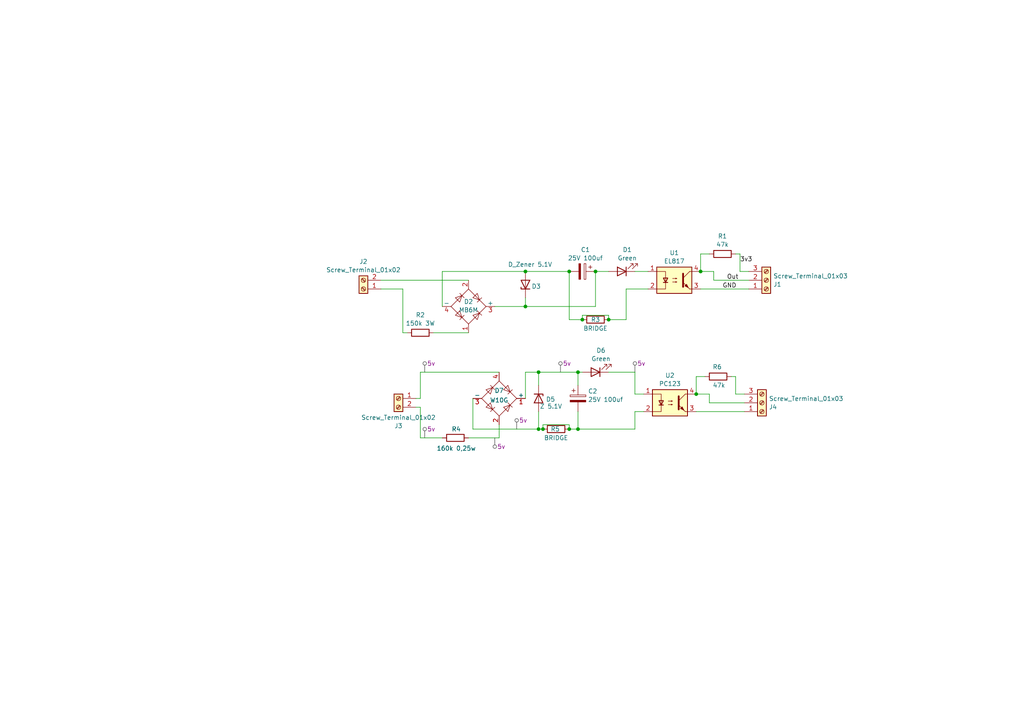
<source format=kicad_sch>
(kicad_sch (version 20250114) (generator "eeschema") (generator_version "9.0")
  (paper "A4")
  (title_block (date "2024-01-03") (company "TimiWho"))
  (lib_symbols
    (symbol "0_Connector:Screw_Terminal_01x02" (pin_names (offset 1.016) (hide yes))
      (property "Reference" "J" (at 0 2.54 0))
      (property "Value" "Screw_Terminal_01x02" (at 0 -5.08 0))
      (symbol "Screw_Terminal_01x02_1_1"
        (rectangle (start -1.27 1.27) (end 1.27 -3.81) (stroke (width 0.254)) (fill (type background)))
        (polyline (pts (xy -0.5334 0.3302) (xy 0.3302 -0.508)) (stroke (width 0.1524)))
        (polyline (pts (xy -0.5334 -2.2098) (xy 0.3302 -3.048)) (stroke (width 0.1524)))
        (polyline (pts (xy -0.3556 0.508) (xy 0.508 -0.3302)) (stroke (width 0.1524)))
        (polyline (pts (xy -0.3556 -2.032) (xy 0.508 -2.8702)) (stroke (width 0.1524)))
        (circle (center 0 0) (radius 0.635) (stroke (width 0.1524)))
        (circle (center 0 -2.54) (radius 0.635) (stroke (width 0.1524)))
        (pin passive line (at -5.08 0 0) (length 3.81) (name "Pin_1") (number "1"))
        (pin passive line (at -5.08 -2.54 0) (length 3.81) (name "Pin_2") (number "2"))
      )
    )
    (symbol "0_Connector:Screw_Terminal_01x03" (pin_names (offset 1.016) (hide yes))
      (property "Reference" "J" (at 0 5.08 0))
      (property "Value" "Screw_Terminal_01x03" (at 0 -5.08 0))
      (symbol "Screw_Terminal_01x03_1_1"
        (rectangle (start -1.27 3.81) (end 1.27 -3.81) (stroke (width 0.254)) (fill (type background)))
        (polyline (pts (xy -0.5334 2.8702) (xy 0.3302 2.032)) (stroke (width 0.1524)))
        (polyline (pts (xy -0.5334 0.3302) (xy 0.3302 -0.508)) (stroke (width 0.1524)))
        (polyline (pts (xy -0.5334 -2.2098) (xy 0.3302 -3.048)) (stroke (width 0.1524)))
        (polyline (pts (xy -0.3556 3.048) (xy 0.508 2.2098)) (stroke (width 0.1524)))
        (polyline (pts (xy -0.3556 0.508) (xy 0.508 -0.3302)) (stroke (width 0.1524)))
        (polyline (pts (xy -0.3556 -2.032) (xy 0.508 -2.8702)) (stroke (width 0.1524)))
        (circle (center 0 2.54) (radius 0.635) (stroke (width 0.1524)))
        (circle (center 0 0) (radius 0.635) (stroke (width 0.1524)))
        (circle (center 0 -2.54) (radius 0.635) (stroke (width 0.1524)))
        (pin passive line (at -5.08 2.54 0) (length 3.81) (name "Pin_1") (number "1"))
        (pin passive line (at -5.08 0 0) (length 3.81) (name "Pin_2") (number "2"))
        (pin passive line (at -5.08 -2.54 0) (length 3.81) (name "Pin_3") (number "3"))
      )
    )
    (symbol "0_MyLED:LED" (pin_numbers (hide yes)) (pin_names (offset 1.016) (hide yes))
      (property "Reference" "D" (at 0 2.54 0))
      (property "Value" "LED" (at 0 -2.54 0))
      (symbol "LED_0_1"
        (polyline (pts (xy -3.048 -0.762) (xy -4.572 -2.286) (xy -3.81 -2.286) (xy -4.572 -2.286) (xy -4.572 -1.524)))
        (polyline (pts (xy -1.778 -0.762) (xy -3.302 -2.286) (xy -2.54 -2.286) (xy -3.302 -2.286) (xy -3.302 -1.524)))
        (polyline (pts (xy -1.27 0) (xy 1.27 0)))
        (polyline (pts (xy -1.27 -1.27) (xy -1.27 1.27)) (stroke (width 0.254)))
        (polyline (pts (xy 1.27 -1.27) (xy 1.27 1.27) (xy -1.27 0) (xy 1.27 -1.27)) (stroke (width 0.254)))
      )
      (symbol "LED_1_1"
        (pin passive line (at -3.81 0 0) (length 2.54) (name "K") (number "1"))
        (pin passive line (at 3.81 0 180) (length 2.54) (name "A") (number "2"))
      )
    )
    (symbol "0_Resistor:R" (pin_numbers (hide yes)) (pin_names (offset 0))
      (property "Reference" "R" (at -1.778 0 0))
      (property "Value" "R" (at 1.27 0 0))
      (symbol "R_0_1"
        (rectangle (start 2.54 -1.016) (end -2.54 1.016) (stroke (width 0.254)))
      )
      (symbol "R_1_1"
        (pin passive line (at -3.81 0 0) (length 1.27) (name "~") (number "1"))
        (pin passive line (at 3.81 0 180) (length 1.27) (name "~") (number "2"))
      )
    )
    (symbol "Device:C_Polarized" (pin_numbers (hide yes)) (pin_names (offset 0.254))
      (property "Reference" "C" (at 0.635 2.54 0))
      (property "Value" "C_Polarized" (at 0.635 -2.54 0))
      (symbol "C_Polarized_0_1"
        (rectangle (start -2.286 0.508) (end 2.286 1.016))
        (polyline (pts (xy -1.778 2.286) (xy -0.762 2.286)))
        (polyline (pts (xy -1.27 2.794) (xy -1.27 1.778)))
        (rectangle (start 2.286 -0.508) (end -2.286 -1.016) (fill (type outline)))
      )
      (symbol "C_Polarized_1_1"
        (pin passive line (at 0 3.81 270) (length 2.794) (name "~") (number "1"))
        (pin passive line (at 0 -3.81 90) (length 2.794) (name "~") (number "2"))
      )
    )
    (symbol "Device:D_Zener" (pin_numbers (hide yes)) (pin_names (offset 1.016) (hide yes))
      (property "Reference" "D" (at 0 2.54 0))
      (property "Value" "D_Zener" (at 0 -2.54 0))
      (symbol "D_Zener_0_1"
        (polyline (pts (xy -1.27 -1.27) (xy -1.27 1.27) (xy -0.762 1.27)) (stroke (width 0.254)))
        (polyline (pts (xy 1.27 0) (xy -1.27 0)))
        (polyline (pts (xy 1.27 -1.27) (xy 1.27 1.27) (xy -1.27 0) (xy 1.27 -1.27)) (stroke (width 0.254)))
      )
      (symbol "D_Zener_1_1"
        (pin passive line (at -3.81 0 0) (length 2.54) (name "K") (number "1"))
        (pin passive line (at 3.81 0 180) (length 2.54) (name "A") (number "2"))
      )
    )
    (symbol "Diode_Bridge:MB6S" (pin_names (offset 0))
      (property "Reference" "D" (at 2.54 6.985 0))
      (property "Value" "MB6S" (at 2.54 5.08 0))
      (symbol "MB6S_0_1"
        (polyline (pts (xy -5.08 0) (xy 0 -5.08) (xy 5.08 0) (xy 0 5.08) (xy -5.08 0)))
        (polyline (pts (xy -3.81 2.54) (xy -2.54 1.27) (xy -1.905 3.175) (xy -3.81 2.54)))
        (polyline (pts (xy -2.54 3.81) (xy -1.27 2.54)))
        (polyline (pts (xy -2.54 -1.27) (xy -3.81 -2.54) (xy -1.905 -3.175) (xy -2.54 -1.27)))
        (polyline (pts (xy -1.27 -2.54) (xy -2.54 -3.81)))
        (polyline (pts (xy 1.27 2.54) (xy 2.54 3.81) (xy 3.175 1.905) (xy 1.27 2.54)))
        (polyline (pts (xy 2.54 1.27) (xy 3.81 2.54)))
        (polyline (pts (xy 2.54 -1.27) (xy 3.81 -2.54)))
        (polyline (pts (xy 3.175 -1.905) (xy 1.27 -2.54) (xy 2.54 -3.81) (xy 3.175 -1.905)))
      )
      (symbol "MB6S_1_1"
        (pin passive line (at -7.62 0 0) (length 2.54) (name "-") (number "4"))
        (pin passive line (at 0 7.62 270) (length 2.54) (name "~") (number "2"))
        (pin passive line (at 0 -7.62 90) (length 2.54) (name "~") (number "1"))
        (pin passive line (at 7.62 0 180) (length 2.54) (name "+") (number "3"))
      )
    )
    (symbol "Diode_Bridge:W10G" (pin_names (offset 0))
      (property "Reference" "D" (at 2.54 6.985 0))
      (property "Value" "W10G" (at 2.54 5.08 0))
      (symbol "W10G_0_1"
        (polyline (pts (xy -5.08 0) (xy 0 -5.08) (xy 5.08 0) (xy 0 5.08) (xy -5.08 0)))
        (polyline (pts (xy -3.81 2.54) (xy -2.54 1.27) (xy -1.905 3.175) (xy -3.81 2.54)))
        (polyline (pts (xy -2.54 3.81) (xy -1.27 2.54)))
        (polyline (pts (xy -2.54 -1.27) (xy -3.81 -2.54) (xy -1.905 -3.175) (xy -2.54 -1.27)))
        (polyline (pts (xy -1.27 -2.54) (xy -2.54 -3.81)))
        (polyline (pts (xy 1.27 2.54) (xy 2.54 3.81) (xy 3.175 1.905) (xy 1.27 2.54)))
        (polyline (pts (xy 2.54 1.27) (xy 3.81 2.54)))
        (polyline (pts (xy 2.54 -1.27) (xy 3.81 -2.54)))
        (polyline (pts (xy 3.175 -1.905) (xy 1.27 -2.54) (xy 2.54 -3.81) (xy 3.175 -1.905)))
      )
      (symbol "W10G_1_1"
        (pin passive line (at -7.62 0 0) (length 2.54) (name "-") (number "3"))
        (pin passive line (at 0 7.62 270) (length 2.54) (name "~") (number "4"))
        (pin passive line (at 0 -7.62 90) (length 2.54) (name "~") (number "2"))
        (pin passive line (at 7.62 0 180) (length 2.54) (name "+") (number "1"))
      )
    )
    (symbol "Isolator:EL817" (pin_names (offset 1.016))
      (property "Reference" "U" (at -5.08 5.08 0))
      (property "Value" "EL817" (at 0 5.08 0))
      (symbol "EL817_0_1"
        (rectangle (start -5.08 3.81) (end 5.08 -3.81) (stroke (width 0.254)) (fill (type background)))
        (polyline (pts (xy -5.08 2.54) (xy -2.54 2.54) (xy -2.54 -0.635)))
        (polyline (pts (xy -3.175 -0.635) (xy -1.905 -0.635)) (stroke (width 0.254)))
        (polyline (pts (xy -2.54 -0.635) (xy -2.54 -2.54) (xy -5.08 -2.54)))
        (polyline (pts (xy -2.54 -0.635) (xy -3.175 0.635) (xy -1.905 0.635) (xy -2.54 -0.635)) (stroke (width 0.254)))
        (polyline (pts (xy -0.508 0.508) (xy 0.762 0.508) (xy 0.381 0.381) (xy 0.381 0.635) (xy 0.762 0.508)))
        (polyline (pts (xy -0.508 -0.508) (xy 0.762 -0.508) (xy 0.381 -0.635) (xy 0.381 -0.381) (xy 0.762 -0.508)))
        (polyline (pts (xy 2.54 1.905) (xy 2.54 -1.905) (xy 2.54 -1.905)) (stroke (width 0.508)))
        (polyline (pts (xy 2.54 0.635) (xy 4.445 2.54)))
        (polyline (pts (xy 3.048 -1.651) (xy 3.556 -1.143) (xy 4.064 -2.159) (xy 3.048 -1.651) (xy 3.048 -1.651)) (fill (type outline)))
        (polyline (pts (xy 4.445 2.54) (xy 5.08 2.54)))
        (polyline (pts (xy 4.445 -2.54) (xy 2.54 -0.635)) (fill (type outline)))
        (polyline (pts (xy 4.445 -2.54) (xy 5.08 -2.54)))
      )
      (symbol "EL817_1_1"
        (pin passive line (at -7.62 2.54 0) (length 2.54) (name "~") (number "1"))
        (pin passive line (at -7.62 -2.54 0) (length 2.54) (name "~") (number "2"))
        (pin passive line (at 7.62 2.54 180) (length 2.54) (name "~") (number "4"))
        (pin passive line (at 7.62 -2.54 180) (length 2.54) (name "~") (number "3"))
      )
    )
  )
  (junction (at 168.91 92.71))
  (junction (at 176.53 92.71))
  (junction (at 156.21 107.95))
  (junction (at 152.4 78.74))
  (junction (at 167.64 124.46))
  (junction (at 201.93 114.3))
  (junction (at 203.2 78.74))
  (junction (at 165.1 78.74))
  (junction (at 172.72 78.74))
  (junction (at 157.48 124.46))
  (junction (at 167.64 107.95))
  (junction (at 165.1 124.46))
  (junction (at 156.21 124.46))
  (junction (at 152.4 88.9))
  (wire (pts (xy 135.89 96.52) (xy 125.73 96.52)))
  (wire (pts (xy 121.92 115.57) (xy 120.65 115.57)))
  (wire (pts (xy 187.96 83.82) (xy 181.61 83.82)))
  (wire (pts (xy 203.2 78.74) (xy 207.01 78.74)))
  (wire (pts (xy 172.72 78.74) (xy 172.72 88.9)))
  (wire (pts (xy 157.48 123.19) (xy 165.1 123.19)))
  (wire (pts (xy 181.61 83.82) (xy 181.61 92.71)))
  (wire (pts (xy 157.48 124.46) (xy 157.48 123.19)))
  (wire (pts (xy 156.21 124.46) (xy 137.16 124.46)))
  (wire (pts (xy 176.53 107.95) (xy 184.15 107.95)))
  (wire (pts (xy 172.72 78.74) (xy 176.53 78.74)))
  (wire (pts (xy 156.21 119.38) (xy 156.21 124.46)))
  (wire (pts (xy 205.74 116.84) (xy 205.74 114.3)))
  (wire (pts (xy 184.15 107.95) (xy 184.15 114.3)))
  (wire (pts (xy 205.74 73.66) (xy 203.2 73.66)))
  (wire (pts (xy 168.91 92.71) (xy 165.1 92.71)))
  (wire (pts (xy 144.78 123.19) (xy 144.78 127)))
  (wire (pts (xy 184.15 114.3) (xy 186.69 114.3)))
  (wire (pts (xy 156.21 107.95) (xy 156.21 111.76)))
  (wire (pts (xy 184.15 78.74) (xy 187.96 78.74)))
  (wire (pts (xy 217.17 81.28) (xy 207.01 81.28)))
  (wire (pts (xy 121.92 107.95) (xy 144.78 107.95)))
  (wire (pts (xy 203.2 83.82) (xy 217.17 83.82)))
  (wire (pts (xy 168.91 92.71) (xy 168.91 91.44)))
  (wire (pts (xy 204.47 109.22) (xy 201.93 109.22)))
  (wire (pts (xy 137.16 115.57) (xy 137.16 124.46)))
  (wire (pts (xy 212.09 109.22) (xy 213.36 109.22)))
  (wire (pts (xy 152.4 86.36) (xy 152.4 88.9)))
  (wire (pts (xy 152.4 115.57) (xy 152.4 107.95)))
  (wire (pts (xy 176.53 92.71) (xy 181.61 92.71)))
  (wire (pts (xy 214.63 73.66) (xy 214.63 78.74)))
  (wire (pts (xy 213.36 73.66) (xy 214.63 73.66)))
  (wire (pts (xy 165.1 78.74) (xy 165.1 92.71)))
  (wire (pts (xy 213.36 114.3) (xy 215.9 114.3)))
  (wire (pts (xy 176.53 91.44) (xy 176.53 92.71)))
  (wire (pts (xy 165.1 124.46) (xy 167.64 124.46)))
  (wire (pts (xy 157.48 124.46) (xy 156.21 124.46)))
  (wire (pts (xy 128.27 78.74) (xy 152.4 78.74)))
  (wire (pts (xy 214.63 78.74) (xy 217.17 78.74)))
  (wire (pts (xy 120.65 118.11) (xy 121.92 118.11)))
  (wire (pts (xy 213.36 109.22) (xy 213.36 114.3)))
  (wire (pts (xy 201.93 109.22) (xy 201.93 114.3)))
  (wire (pts (xy 165.1 123.19) (xy 165.1 124.46)))
  (wire (pts (xy 128.27 78.74) (xy 128.27 88.9)))
  (wire (pts (xy 121.92 118.11) (xy 121.92 127)))
  (wire (pts (xy 168.91 91.44) (xy 176.53 91.44)))
  (wire (pts (xy 165.1 78.74) (xy 152.4 78.74)))
  (wire (pts (xy 116.84 83.82) (xy 116.84 96.52)))
  (wire (pts (xy 201.93 119.38) (xy 215.9 119.38)))
  (wire (pts (xy 116.84 96.52) (xy 118.11 96.52)))
  (wire (pts (xy 184.15 119.38) (xy 184.15 124.46)))
  (wire (pts (xy 152.4 107.95) (xy 156.21 107.95)))
  (wire (pts (xy 168.91 107.95) (xy 167.64 107.95)))
  (wire (pts (xy 156.21 107.95) (xy 167.64 107.95)))
  (wire (pts (xy 167.64 107.95) (xy 167.64 111.76)))
  (wire (pts (xy 167.64 119.38) (xy 167.64 124.46)))
  (wire (pts (xy 186.69 119.38) (xy 184.15 119.38)))
  (wire (pts (xy 110.49 83.82) (xy 116.84 83.82)))
  (wire (pts (xy 143.51 88.9) (xy 152.4 88.9)))
  (wire (pts (xy 215.9 116.84) (xy 205.74 116.84)))
  (wire (pts (xy 121.92 115.57) (xy 121.92 107.95)))
  (wire (pts (xy 135.89 127) (xy 144.78 127)))
  (wire (pts (xy 110.49 81.28) (xy 135.89 81.28)))
  (wire (pts (xy 203.2 73.66) (xy 203.2 78.74)))
  (wire (pts (xy 121.92 127) (xy 128.27 127)))
  (wire (pts (xy 152.4 88.9) (xy 172.72 88.9)))
  (wire (pts (xy 207.01 81.28) (xy 207.01 78.74)))
  (wire (pts (xy 167.64 124.46) (xy 184.15 124.46)))
  (wire (pts (xy 201.93 114.3) (xy 205.74 114.3)))
  (label "Out" (at 210.82 81.28 0))
  (label "GND" (at 209.55 83.82 0))
  (label "3v3" (at 214.63 76.2 0))
  (netclass_flag "" (length 2.54) (shape round) (at 149.86 124.46 0) (property "Netclass" "5v" (at 150.5585 121.92 0) (effects (justify left))))
  (netclass_flag "" (length 2.54) (shape round) (at 123.19 107.95 0) (property "Netclass" "5v" (at 123.8885 105.41 0) (effects (justify left))))
  (netclass_flag "" (length 2.54) (shape round) (at 143.51 127 180) (property "Netclass" "5v" (at 144.2085 129.54 0) (effects (justify left))))
  (netclass_flag "" (length 2.54) (shape round) (at 162.56 107.95 0) (property "Netclass" "5v" (at 163.2585 105.41 0) (effects (justify left))))
  (netclass_flag "" (length 2.54) (shape round) (at 184.15 107.95 0) (property "Netclass" "5v" (at 184.8485 105.41 0) (effects (justify left))))
  (netclass_flag "" (length 2.54) (shape round) (at 123.19 127 0) (property "Netclass" "5v" (at 123.8885 124.46 0) (effects (justify left))))
  (symbol (lib_id "0_MyLED:LED") (at 180.34 78.74 180) (unit 1)
    (property "Reference" "D1" (at 181.9275 72.4365 0))
    (property "Value" "Green" (at 181.9275 74.8608 0))
    (property "Footprint" "0_MyLED:LED_D5.0mm_Clear" (effects (hide yes)))
    (property "Description" "Light emitting diode" (effects (hide yes)))
  )
  (symbol (lib_id "Device:D_Zener") (at 152.4 82.55 90) (unit 1)
    (property "Reference" "D3" (at 154.178 83.058 90) (effects (justify right)))
    (property "Value" "D_Zener 5.1V" (at 147.32 76.708 90) (effects (justify right)))
    (property "Footprint" "Diode_THT:D_DO-35_SOD27_P2.54mm_Vertical_AnodeUp" (effects (hide yes)))
    (property "Description" "Zener diode" (effects (hide yes)))
  )
  (symbol (lib_id "Diode_Bridge:MB6S") (at 135.89 88.9 0) (unit 1)
    (property "Reference" "D2" (at 135.89 87.4917 0))
    (property "Value" "MB6M" (at 135.89 89.916 0))
    (property "Footprint" "Diode_THT:Diode_Bridge_DIP-4_W5.08mm_P2.54mm" (effects (hide yes)))
    (property "Datasheet" "http://www.vishay.com/docs/88573/dfs.pdf" (effects (hide yes)))
    (property "Description" "Miniature Glass Passivated Single-Phase Surface Mount Bridge Rectifiers, 700V Vrms, 1.0A If, DFS SMD package" (effects (hide yes)))
  )
  (symbol (lib_id "0_Connector:Screw_Terminal_01x03") (at 222.25 81.28 0) (mirror x) (unit 1)
    (property "Reference" "J1" (at 224.282 82.4922 0) (effects (justify left)))
    (property "Value" "Screw_Terminal_01x03" (at 224.282 80.0679 0) (effects (justify left)))
    (property "Footprint" "0_Connect:TerminalBlock_Phoenix_1x03_P5.08mm_Horizontal" (effects (hide yes)))
    (property "Description" "Generic screw terminal, single row, 01x03" (effects (hide yes)))
  )
  (symbol (lib_id "Device:D_Zener") (at 156.21 115.57 270) (unit 1)
    (property "Reference" "D5" (at 161.036 115.824 90) (effects (justify right)))
    (property "Value" "Z 5.1V" (at 163.068 117.856 90) (effects (justify right)))
    (property "Footprint" "Diode_THT:D_DO-35_SOD27_P10.16mm_Horizontal" (effects (hide yes)))
    (property "Description" "Zener diode" (effects (hide yes)))
  )
  (symbol (lib_id "Isolator:EL817") (at 194.31 116.84 0) (unit 1)
    (property "Reference" "U2" (at 194.31 108.8855 0))
    (property "Value" "PC123" (at 194.31 111.3098 0))
    (property "Footprint" "Package_DIP:DIP-4_W7.62mm" (effects (hide yes)))
    (property "Datasheet" "http://www.everlight.com/file/ProductFile/EL817.pdf" (effects (hide yes)))
    (property "Description" "DC Optocoupler, Vce 35V, DIP-4" (effects (hide yes)))
  )
  (symbol (lib_id "0_Connector:Screw_Terminal_01x02") (at 115.57 115.57 0) (mirror y) (unit 1)
    (property "Reference" "J3" (at 115.57 123.5245 0))
    (property "Value" "Screw_Terminal_01x02" (at 115.57 121.1002 0))
    (property "Footprint" "0_Connect:TerminalBlock_Phoenix_1x02_P5.08mm_Horizontal" (effects (hide yes)))
    (property "Description" "Generic screw terminal, single row, 01x02, script generated (kicad-library-utils/schlib/autogen/connector/)" (effects (hide yes)))
  )
  (symbol (lib_id "Diode_Bridge:W10G") (at 144.78 115.57 0) (unit 1)
    (property "Reference" "D7" (at 144.78 113.284 0))
    (property "Value" "W10G" (at 144.78 116.078 0))
    (property "Footprint" "Diode_THT:Diode_Bridge_Round_D9.8mm" (effects (hide yes)))
    (property "Datasheet" "https://www.vishay.com/docs/88769/woo5g.pdf" (effects (hide yes)))
    (property "Description" "Glass Passivated Single-Phase Bridge Rectifier, 700V Vrms, 1.5A If, WOG package" (effects (hide yes)))
  )
  (symbol (lib_id "0_Connector:Screw_Terminal_01x03") (at 220.98 116.84 0) (mirror x) (unit 1)
    (property "Reference" "J4" (at 223.012 118.0522 0) (effects (justify left)))
    (property "Value" "Screw_Terminal_01x03" (at 223.012 115.6279 0) (effects (justify left)))
    (property "Footprint" "0_Connect:TerminalBlock_Phoenix_1x03_P5.08mm_Horizontal" (effects (hide yes)))
    (property "Description" "Generic screw terminal, single row, 01x03" (effects (hide yes)))
  )
  (symbol (lib_id "0_Resistor:R") (at 161.29 124.46 0) (unit 1)
    (property "Reference" "R5" (at 161.036 124.46 0))
    (property "Value" "BRIDGE" (at 161.29 127 0))
    (property "Footprint" "0_Resistor:R_Horizontal_P10.16mm" (effects (hide yes)))
    (property "Description" "Resistor" (effects (hide yes)))
  )
  (symbol (lib_id "0_Resistor:R") (at 208.28 109.22 0) (unit 1)
    (property "Reference" "R6" (at 208.026 106.426 0))
    (property "Value" "47k" (at 208.534 111.76 0))
    (property "Footprint" "0_Resistor:R_Vertical_P2.54mm" (effects (hide yes)))
    (property "Description" "Resistor" (effects (hide yes)))
  )
  (symbol (lib_id "Device:C_Polarized") (at 167.64 115.57 0) (unit 1)
    (property "Reference" "C2" (at 170.561 113.4688 0) (effects (justify left)))
    (property "Value" "25V 100uf" (at 170.561 115.8931 0) (effects (justify left)))
    (property "Footprint" "Capacitor_THT:CP_Radial_D6.3mm_P2.50mm" (effects (hide yes)))
    (property "Description" "Polarized capacitor" (effects (hide yes)))
  )
  (symbol (lib_id "0_Resistor:R") (at 132.08 127 0) (unit 1)
    (property "Reference" "R4" (at 132.334 124.46 0))
    (property "Value" "160k 0,25w" (at 132.334 130.048 0))
    (property "Footprint" "0_Resistor:R_Horizontal_P12.7mm" (effects (hide yes)))
    (property "Description" "Resistor" (effects (hide yes)))
  )
  (symbol (lib_id "0_Resistor:R") (at 209.55 73.66 0) (unit 1)
    (property "Reference" "R1" (at 209.55 68.4995 0))
    (property "Value" "47k" (at 209.55 70.9238 0))
    (property "Footprint" "0_Resistor:R_Vertical_P2.54mm" (effects (hide yes)))
    (property "Description" "Resistor" (effects (hide yes)))
  )
  (symbol (lib_id "0_Resistor:R") (at 121.92 96.52 0) (unit 1)
    (property "Reference" "R2" (at 121.92 91.3595 0))
    (property "Value" "150k 3W" (at 121.92 93.7838 0))
    (property "Footprint" "0_Resistor:R_Horizontal_P10.16mm" (effects (hide yes)))
    (property "Description" "Resistor" (effects (hide yes)))
  )
  (symbol (lib_id "0_Resistor:R") (at 172.72 92.71 0) (unit 1)
    (property "Reference" "R3" (at 172.72 92.71 0))
    (property "Value" "BRIDGE" (at 172.72 95.25 0))
    (property "Footprint" "0_Resistor:R_Horizontal_P10.16mm" (effects (hide yes)))
    (property "Description" "Resistor" (effects (hide yes)))
  )
  (symbol (lib_id "Device:C_Polarized") (at 168.91 78.74 270) (unit 1)
    (property "Reference" "C1" (at 169.799 72.4365 90))
    (property "Value" "25V 100uf" (at 169.799 74.8608 90))
    (property "Footprint" "Capacitor_THT:CP_Radial_D6.3mm_P2.50mm" (effects (hide yes)))
    (property "Description" "Polarized capacitor" (effects (hide yes)))
  )
  (symbol (lib_id "Isolator:EL817") (at 195.58 81.28 0) (unit 1)
    (property "Reference" "U1" (at 195.58 73.3255 0))
    (property "Value" "EL817" (at 195.58 75.7498 0))
    (property "Footprint" "Package_DIP:DIP-4_W7.62mm" (effects (hide yes)))
    (property "Datasheet" "http://www.everlight.com/file/ProductFile/EL817.pdf" (effects (hide yes)))
    (property "Description" "DC Optocoupler, Vce 35V, DIP-4" (effects (hide yes)))
  )
  (symbol (lib_id "0_MyLED:LED") (at 172.72 107.95 180) (unit 1)
    (property "Reference" "D6" (at 174.3075 101.6465 0))
    (property "Value" "Green" (at 174.3075 104.0708 0))
    (property "Footprint" "0_MyLED:LED_D5.0mm_Clear" (effects (hide yes)))
    (property "Description" "Light emitting diode" (effects (hide yes)))
  )
  (symbol (lib_id "0_Connector:Screw_Terminal_01x02") (at 105.41 83.82 180) (unit 1)
    (property "Reference" "J2" (at 105.41 75.8655 0))
    (property "Value" "Screw_Terminal_01x02" (at 105.41 78.2898 0))
    (property "Footprint" "0_Connect:TerminalBlock_Phoenix_1x02_P5.08mm_Horizontal" (effects (hide yes)))
    (property "Description" "Generic screw terminal, single row, 01x02, script generated (kicad-library-utils/schlib/autogen/connector/)" (effects (hide yes)))
  )
)
</source>
